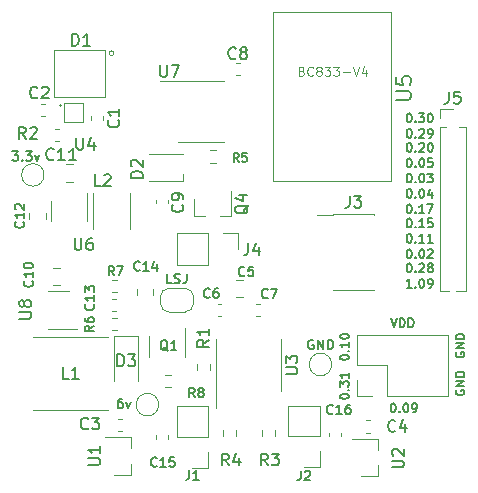
<source format=gbr>
%TF.GenerationSoftware,KiCad,Pcbnew,(5.1.6)-1*%
%TF.CreationDate,2021-10-06T19:04:01+02:00*%
%TF.ProjectId,DotBot,446f7442-6f74-42e6-9b69-6361645f7063,rev?*%
%TF.SameCoordinates,Original*%
%TF.FileFunction,Legend,Top*%
%TF.FilePolarity,Positive*%
%FSLAX46Y46*%
G04 Gerber Fmt 4.6, Leading zero omitted, Abs format (unit mm)*
G04 Created by KiCad (PCBNEW (5.1.6)-1) date 2021-10-06 19:04:01*
%MOMM*%
%LPD*%
G01*
G04 APERTURE LIST*
%ADD10C,0.150000*%
%ADD11C,0.120000*%
%ADD12C,0.100000*%
%ADD13C,0.105664*%
G04 APERTURE END LIST*
D10*
X109071428Y-59589285D02*
X109142857Y-59589285D01*
X109214285Y-59625000D01*
X109250000Y-59660714D01*
X109285714Y-59732142D01*
X109321428Y-59875000D01*
X109321428Y-60053571D01*
X109285714Y-60196428D01*
X109250000Y-60267857D01*
X109214285Y-60303571D01*
X109142857Y-60339285D01*
X109071428Y-60339285D01*
X109000000Y-60303571D01*
X108964285Y-60267857D01*
X108928571Y-60196428D01*
X108892857Y-60053571D01*
X108892857Y-59875000D01*
X108928571Y-59732142D01*
X108964285Y-59660714D01*
X109000000Y-59625000D01*
X109071428Y-59589285D01*
X109642857Y-60267857D02*
X109678571Y-60303571D01*
X109642857Y-60339285D01*
X109607142Y-60303571D01*
X109642857Y-60267857D01*
X109642857Y-60339285D01*
X110392857Y-60339285D02*
X109964285Y-60339285D01*
X110178571Y-60339285D02*
X110178571Y-59589285D01*
X110107142Y-59696428D01*
X110035714Y-59767857D01*
X109964285Y-59803571D01*
X111071428Y-59589285D02*
X110714285Y-59589285D01*
X110678571Y-59946428D01*
X110714285Y-59910714D01*
X110785714Y-59875000D01*
X110964285Y-59875000D01*
X111035714Y-59910714D01*
X111071428Y-59946428D01*
X111107142Y-60017857D01*
X111107142Y-60196428D01*
X111071428Y-60267857D01*
X111035714Y-60303571D01*
X110964285Y-60339285D01*
X110785714Y-60339285D01*
X110714285Y-60303571D01*
X110678571Y-60267857D01*
X107721428Y-75239285D02*
X107792857Y-75239285D01*
X107864285Y-75275000D01*
X107900000Y-75310714D01*
X107935714Y-75382142D01*
X107971428Y-75525000D01*
X107971428Y-75703571D01*
X107935714Y-75846428D01*
X107900000Y-75917857D01*
X107864285Y-75953571D01*
X107792857Y-75989285D01*
X107721428Y-75989285D01*
X107650000Y-75953571D01*
X107614285Y-75917857D01*
X107578571Y-75846428D01*
X107542857Y-75703571D01*
X107542857Y-75525000D01*
X107578571Y-75382142D01*
X107614285Y-75310714D01*
X107650000Y-75275000D01*
X107721428Y-75239285D01*
X108292857Y-75917857D02*
X108328571Y-75953571D01*
X108292857Y-75989285D01*
X108257142Y-75953571D01*
X108292857Y-75917857D01*
X108292857Y-75989285D01*
X108792857Y-75239285D02*
X108864285Y-75239285D01*
X108935714Y-75275000D01*
X108971428Y-75310714D01*
X109007142Y-75382142D01*
X109042857Y-75525000D01*
X109042857Y-75703571D01*
X109007142Y-75846428D01*
X108971428Y-75917857D01*
X108935714Y-75953571D01*
X108864285Y-75989285D01*
X108792857Y-75989285D01*
X108721428Y-75953571D01*
X108685714Y-75917857D01*
X108650000Y-75846428D01*
X108614285Y-75703571D01*
X108614285Y-75525000D01*
X108650000Y-75382142D01*
X108685714Y-75310714D01*
X108721428Y-75275000D01*
X108792857Y-75239285D01*
X109400000Y-75989285D02*
X109542857Y-75989285D01*
X109614285Y-75953571D01*
X109650000Y-75917857D01*
X109721428Y-75810714D01*
X109757142Y-75667857D01*
X109757142Y-75382142D01*
X109721428Y-75310714D01*
X109685714Y-75275000D01*
X109614285Y-75239285D01*
X109471428Y-75239285D01*
X109400000Y-75275000D01*
X109364285Y-75310714D01*
X109328571Y-75382142D01*
X109328571Y-75560714D01*
X109364285Y-75632142D01*
X109400000Y-75667857D01*
X109471428Y-75703571D01*
X109614285Y-75703571D01*
X109685714Y-75667857D01*
X109721428Y-75632142D01*
X109757142Y-75560714D01*
X113075000Y-74121428D02*
X113039285Y-74192857D01*
X113039285Y-74300000D01*
X113075000Y-74407142D01*
X113146428Y-74478571D01*
X113217857Y-74514285D01*
X113360714Y-74550000D01*
X113467857Y-74550000D01*
X113610714Y-74514285D01*
X113682142Y-74478571D01*
X113753571Y-74407142D01*
X113789285Y-74300000D01*
X113789285Y-74228571D01*
X113753571Y-74121428D01*
X113717857Y-74085714D01*
X113467857Y-74085714D01*
X113467857Y-74228571D01*
X113789285Y-73764285D02*
X113039285Y-73764285D01*
X113789285Y-73335714D01*
X113039285Y-73335714D01*
X113789285Y-72978571D02*
X113039285Y-72978571D01*
X113039285Y-72800000D01*
X113075000Y-72692857D01*
X113146428Y-72621428D01*
X113217857Y-72585714D01*
X113360714Y-72550000D01*
X113467857Y-72550000D01*
X113610714Y-72585714D01*
X113682142Y-72621428D01*
X113753571Y-72692857D01*
X113789285Y-72800000D01*
X113789285Y-72978571D01*
X113075000Y-70921428D02*
X113039285Y-70992857D01*
X113039285Y-71100000D01*
X113075000Y-71207142D01*
X113146428Y-71278571D01*
X113217857Y-71314285D01*
X113360714Y-71350000D01*
X113467857Y-71350000D01*
X113610714Y-71314285D01*
X113682142Y-71278571D01*
X113753571Y-71207142D01*
X113789285Y-71100000D01*
X113789285Y-71028571D01*
X113753571Y-70921428D01*
X113717857Y-70885714D01*
X113467857Y-70885714D01*
X113467857Y-71028571D01*
X113789285Y-70564285D02*
X113039285Y-70564285D01*
X113789285Y-70135714D01*
X113039285Y-70135714D01*
X113789285Y-69778571D02*
X113039285Y-69778571D01*
X113039285Y-69600000D01*
X113075000Y-69492857D01*
X113146428Y-69421428D01*
X113217857Y-69385714D01*
X113360714Y-69350000D01*
X113467857Y-69350000D01*
X113610714Y-69385714D01*
X113682142Y-69421428D01*
X113753571Y-69492857D01*
X113789285Y-69600000D01*
X113789285Y-69778571D01*
X107550000Y-68039285D02*
X107800000Y-68789285D01*
X108050000Y-68039285D01*
X108300000Y-68789285D02*
X108300000Y-68039285D01*
X108478571Y-68039285D01*
X108585714Y-68075000D01*
X108657142Y-68146428D01*
X108692857Y-68217857D01*
X108728571Y-68360714D01*
X108728571Y-68467857D01*
X108692857Y-68610714D01*
X108657142Y-68682142D01*
X108585714Y-68753571D01*
X108478571Y-68789285D01*
X108300000Y-68789285D01*
X109050000Y-68789285D02*
X109050000Y-68039285D01*
X109228571Y-68039285D01*
X109335714Y-68075000D01*
X109407142Y-68146428D01*
X109442857Y-68217857D01*
X109478571Y-68360714D01*
X109478571Y-68467857D01*
X109442857Y-68610714D01*
X109407142Y-68682142D01*
X109335714Y-68753571D01*
X109228571Y-68789285D01*
X109050000Y-68789285D01*
X103239285Y-74678571D02*
X103239285Y-74607142D01*
X103275000Y-74535714D01*
X103310714Y-74500000D01*
X103382142Y-74464285D01*
X103525000Y-74428571D01*
X103703571Y-74428571D01*
X103846428Y-74464285D01*
X103917857Y-74500000D01*
X103953571Y-74535714D01*
X103989285Y-74607142D01*
X103989285Y-74678571D01*
X103953571Y-74750000D01*
X103917857Y-74785714D01*
X103846428Y-74821428D01*
X103703571Y-74857142D01*
X103525000Y-74857142D01*
X103382142Y-74821428D01*
X103310714Y-74785714D01*
X103275000Y-74750000D01*
X103239285Y-74678571D01*
X103917857Y-74107142D02*
X103953571Y-74071428D01*
X103989285Y-74107142D01*
X103953571Y-74142857D01*
X103917857Y-74107142D01*
X103989285Y-74107142D01*
X103239285Y-73821428D02*
X103239285Y-73357142D01*
X103525000Y-73607142D01*
X103525000Y-73500000D01*
X103560714Y-73428571D01*
X103596428Y-73392857D01*
X103667857Y-73357142D01*
X103846428Y-73357142D01*
X103917857Y-73392857D01*
X103953571Y-73428571D01*
X103989285Y-73500000D01*
X103989285Y-73714285D01*
X103953571Y-73785714D01*
X103917857Y-73821428D01*
X103989285Y-72642857D02*
X103989285Y-73071428D01*
X103989285Y-72857142D02*
X103239285Y-72857142D01*
X103346428Y-72928571D01*
X103417857Y-73000000D01*
X103453571Y-73071428D01*
X103239285Y-71378571D02*
X103239285Y-71307142D01*
X103275000Y-71235714D01*
X103310714Y-71200000D01*
X103382142Y-71164285D01*
X103525000Y-71128571D01*
X103703571Y-71128571D01*
X103846428Y-71164285D01*
X103917857Y-71200000D01*
X103953571Y-71235714D01*
X103989285Y-71307142D01*
X103989285Y-71378571D01*
X103953571Y-71450000D01*
X103917857Y-71485714D01*
X103846428Y-71521428D01*
X103703571Y-71557142D01*
X103525000Y-71557142D01*
X103382142Y-71521428D01*
X103310714Y-71485714D01*
X103275000Y-71450000D01*
X103239285Y-71378571D01*
X103917857Y-70807142D02*
X103953571Y-70771428D01*
X103989285Y-70807142D01*
X103953571Y-70842857D01*
X103917857Y-70807142D01*
X103989285Y-70807142D01*
X103989285Y-70057142D02*
X103989285Y-70485714D01*
X103989285Y-70271428D02*
X103239285Y-70271428D01*
X103346428Y-70342857D01*
X103417857Y-70414285D01*
X103453571Y-70485714D01*
X103239285Y-69592857D02*
X103239285Y-69521428D01*
X103275000Y-69450000D01*
X103310714Y-69414285D01*
X103382142Y-69378571D01*
X103525000Y-69342857D01*
X103703571Y-69342857D01*
X103846428Y-69378571D01*
X103917857Y-69414285D01*
X103953571Y-69450000D01*
X103989285Y-69521428D01*
X103989285Y-69592857D01*
X103953571Y-69664285D01*
X103917857Y-69700000D01*
X103846428Y-69735714D01*
X103703571Y-69771428D01*
X103525000Y-69771428D01*
X103382142Y-69735714D01*
X103310714Y-69700000D01*
X103275000Y-69664285D01*
X103239285Y-69592857D01*
X109071428Y-51989285D02*
X109142857Y-51989285D01*
X109214285Y-52025000D01*
X109250000Y-52060714D01*
X109285714Y-52132142D01*
X109321428Y-52275000D01*
X109321428Y-52453571D01*
X109285714Y-52596428D01*
X109250000Y-52667857D01*
X109214285Y-52703571D01*
X109142857Y-52739285D01*
X109071428Y-52739285D01*
X109000000Y-52703571D01*
X108964285Y-52667857D01*
X108928571Y-52596428D01*
X108892857Y-52453571D01*
X108892857Y-52275000D01*
X108928571Y-52132142D01*
X108964285Y-52060714D01*
X109000000Y-52025000D01*
X109071428Y-51989285D01*
X109642857Y-52667857D02*
X109678571Y-52703571D01*
X109642857Y-52739285D01*
X109607142Y-52703571D01*
X109642857Y-52667857D01*
X109642857Y-52739285D01*
X109964285Y-52060714D02*
X110000000Y-52025000D01*
X110071428Y-51989285D01*
X110250000Y-51989285D01*
X110321428Y-52025000D01*
X110357142Y-52060714D01*
X110392857Y-52132142D01*
X110392857Y-52203571D01*
X110357142Y-52310714D01*
X109928571Y-52739285D01*
X110392857Y-52739285D01*
X110750000Y-52739285D02*
X110892857Y-52739285D01*
X110964285Y-52703571D01*
X111000000Y-52667857D01*
X111071428Y-52560714D01*
X111107142Y-52417857D01*
X111107142Y-52132142D01*
X111071428Y-52060714D01*
X111035714Y-52025000D01*
X110964285Y-51989285D01*
X110821428Y-51989285D01*
X110750000Y-52025000D01*
X110714285Y-52060714D01*
X110678571Y-52132142D01*
X110678571Y-52310714D01*
X110714285Y-52382142D01*
X110750000Y-52417857D01*
X110821428Y-52453571D01*
X110964285Y-52453571D01*
X111035714Y-52417857D01*
X111071428Y-52382142D01*
X111107142Y-52310714D01*
X109071428Y-60889285D02*
X109142857Y-60889285D01*
X109214285Y-60925000D01*
X109250000Y-60960714D01*
X109285714Y-61032142D01*
X109321428Y-61175000D01*
X109321428Y-61353571D01*
X109285714Y-61496428D01*
X109250000Y-61567857D01*
X109214285Y-61603571D01*
X109142857Y-61639285D01*
X109071428Y-61639285D01*
X109000000Y-61603571D01*
X108964285Y-61567857D01*
X108928571Y-61496428D01*
X108892857Y-61353571D01*
X108892857Y-61175000D01*
X108928571Y-61032142D01*
X108964285Y-60960714D01*
X109000000Y-60925000D01*
X109071428Y-60889285D01*
X109642857Y-61567857D02*
X109678571Y-61603571D01*
X109642857Y-61639285D01*
X109607142Y-61603571D01*
X109642857Y-61567857D01*
X109642857Y-61639285D01*
X110392857Y-61639285D02*
X109964285Y-61639285D01*
X110178571Y-61639285D02*
X110178571Y-60889285D01*
X110107142Y-60996428D01*
X110035714Y-61067857D01*
X109964285Y-61103571D01*
X111107142Y-61639285D02*
X110678571Y-61639285D01*
X110892857Y-61639285D02*
X110892857Y-60889285D01*
X110821428Y-60996428D01*
X110750000Y-61067857D01*
X110678571Y-61103571D01*
X109321428Y-65439285D02*
X108892857Y-65439285D01*
X109107142Y-65439285D02*
X109107142Y-64689285D01*
X109035714Y-64796428D01*
X108964285Y-64867857D01*
X108892857Y-64903571D01*
X109642857Y-65367857D02*
X109678571Y-65403571D01*
X109642857Y-65439285D01*
X109607142Y-65403571D01*
X109642857Y-65367857D01*
X109642857Y-65439285D01*
X110142857Y-64689285D02*
X110214285Y-64689285D01*
X110285714Y-64725000D01*
X110321428Y-64760714D01*
X110357142Y-64832142D01*
X110392857Y-64975000D01*
X110392857Y-65153571D01*
X110357142Y-65296428D01*
X110321428Y-65367857D01*
X110285714Y-65403571D01*
X110214285Y-65439285D01*
X110142857Y-65439285D01*
X110071428Y-65403571D01*
X110035714Y-65367857D01*
X110000000Y-65296428D01*
X109964285Y-65153571D01*
X109964285Y-64975000D01*
X110000000Y-64832142D01*
X110035714Y-64760714D01*
X110071428Y-64725000D01*
X110142857Y-64689285D01*
X110750000Y-65439285D02*
X110892857Y-65439285D01*
X110964285Y-65403571D01*
X111000000Y-65367857D01*
X111071428Y-65260714D01*
X111107142Y-65117857D01*
X111107142Y-64832142D01*
X111071428Y-64760714D01*
X111035714Y-64725000D01*
X110964285Y-64689285D01*
X110821428Y-64689285D01*
X110750000Y-64725000D01*
X110714285Y-64760714D01*
X110678571Y-64832142D01*
X110678571Y-65010714D01*
X110714285Y-65082142D01*
X110750000Y-65117857D01*
X110821428Y-65153571D01*
X110964285Y-65153571D01*
X111035714Y-65117857D01*
X111071428Y-65082142D01*
X111107142Y-65010714D01*
X109071428Y-58389285D02*
X109142857Y-58389285D01*
X109214285Y-58425000D01*
X109250000Y-58460714D01*
X109285714Y-58532142D01*
X109321428Y-58675000D01*
X109321428Y-58853571D01*
X109285714Y-58996428D01*
X109250000Y-59067857D01*
X109214285Y-59103571D01*
X109142857Y-59139285D01*
X109071428Y-59139285D01*
X109000000Y-59103571D01*
X108964285Y-59067857D01*
X108928571Y-58996428D01*
X108892857Y-58853571D01*
X108892857Y-58675000D01*
X108928571Y-58532142D01*
X108964285Y-58460714D01*
X109000000Y-58425000D01*
X109071428Y-58389285D01*
X109642857Y-59067857D02*
X109678571Y-59103571D01*
X109642857Y-59139285D01*
X109607142Y-59103571D01*
X109642857Y-59067857D01*
X109642857Y-59139285D01*
X110392857Y-59139285D02*
X109964285Y-59139285D01*
X110178571Y-59139285D02*
X110178571Y-58389285D01*
X110107142Y-58496428D01*
X110035714Y-58567857D01*
X109964285Y-58603571D01*
X110642857Y-58389285D02*
X111142857Y-58389285D01*
X110821428Y-59139285D01*
X109071428Y-63389285D02*
X109142857Y-63389285D01*
X109214285Y-63425000D01*
X109250000Y-63460714D01*
X109285714Y-63532142D01*
X109321428Y-63675000D01*
X109321428Y-63853571D01*
X109285714Y-63996428D01*
X109250000Y-64067857D01*
X109214285Y-64103571D01*
X109142857Y-64139285D01*
X109071428Y-64139285D01*
X109000000Y-64103571D01*
X108964285Y-64067857D01*
X108928571Y-63996428D01*
X108892857Y-63853571D01*
X108892857Y-63675000D01*
X108928571Y-63532142D01*
X108964285Y-63460714D01*
X109000000Y-63425000D01*
X109071428Y-63389285D01*
X109642857Y-64067857D02*
X109678571Y-64103571D01*
X109642857Y-64139285D01*
X109607142Y-64103571D01*
X109642857Y-64067857D01*
X109642857Y-64139285D01*
X109964285Y-63460714D02*
X110000000Y-63425000D01*
X110071428Y-63389285D01*
X110250000Y-63389285D01*
X110321428Y-63425000D01*
X110357142Y-63460714D01*
X110392857Y-63532142D01*
X110392857Y-63603571D01*
X110357142Y-63710714D01*
X109928571Y-64139285D01*
X110392857Y-64139285D01*
X110821428Y-63710714D02*
X110750000Y-63675000D01*
X110714285Y-63639285D01*
X110678571Y-63567857D01*
X110678571Y-63532142D01*
X110714285Y-63460714D01*
X110750000Y-63425000D01*
X110821428Y-63389285D01*
X110964285Y-63389285D01*
X111035714Y-63425000D01*
X111071428Y-63460714D01*
X111107142Y-63532142D01*
X111107142Y-63567857D01*
X111071428Y-63639285D01*
X111035714Y-63675000D01*
X110964285Y-63710714D01*
X110821428Y-63710714D01*
X110750000Y-63746428D01*
X110714285Y-63782142D01*
X110678571Y-63853571D01*
X110678571Y-63996428D01*
X110714285Y-64067857D01*
X110750000Y-64103571D01*
X110821428Y-64139285D01*
X110964285Y-64139285D01*
X111035714Y-64103571D01*
X111071428Y-64067857D01*
X111107142Y-63996428D01*
X111107142Y-63853571D01*
X111071428Y-63782142D01*
X111035714Y-63746428D01*
X110964285Y-63710714D01*
X109071428Y-57089285D02*
X109142857Y-57089285D01*
X109214285Y-57125000D01*
X109250000Y-57160714D01*
X109285714Y-57232142D01*
X109321428Y-57375000D01*
X109321428Y-57553571D01*
X109285714Y-57696428D01*
X109250000Y-57767857D01*
X109214285Y-57803571D01*
X109142857Y-57839285D01*
X109071428Y-57839285D01*
X109000000Y-57803571D01*
X108964285Y-57767857D01*
X108928571Y-57696428D01*
X108892857Y-57553571D01*
X108892857Y-57375000D01*
X108928571Y-57232142D01*
X108964285Y-57160714D01*
X109000000Y-57125000D01*
X109071428Y-57089285D01*
X109642857Y-57767857D02*
X109678571Y-57803571D01*
X109642857Y-57839285D01*
X109607142Y-57803571D01*
X109642857Y-57767857D01*
X109642857Y-57839285D01*
X110142857Y-57089285D02*
X110214285Y-57089285D01*
X110285714Y-57125000D01*
X110321428Y-57160714D01*
X110357142Y-57232142D01*
X110392857Y-57375000D01*
X110392857Y-57553571D01*
X110357142Y-57696428D01*
X110321428Y-57767857D01*
X110285714Y-57803571D01*
X110214285Y-57839285D01*
X110142857Y-57839285D01*
X110071428Y-57803571D01*
X110035714Y-57767857D01*
X110000000Y-57696428D01*
X109964285Y-57553571D01*
X109964285Y-57375000D01*
X110000000Y-57232142D01*
X110035714Y-57160714D01*
X110071428Y-57125000D01*
X110142857Y-57089285D01*
X111035714Y-57339285D02*
X111035714Y-57839285D01*
X110857142Y-57053571D02*
X110678571Y-57589285D01*
X111142857Y-57589285D01*
X109071428Y-62189285D02*
X109142857Y-62189285D01*
X109214285Y-62225000D01*
X109250000Y-62260714D01*
X109285714Y-62332142D01*
X109321428Y-62475000D01*
X109321428Y-62653571D01*
X109285714Y-62796428D01*
X109250000Y-62867857D01*
X109214285Y-62903571D01*
X109142857Y-62939285D01*
X109071428Y-62939285D01*
X109000000Y-62903571D01*
X108964285Y-62867857D01*
X108928571Y-62796428D01*
X108892857Y-62653571D01*
X108892857Y-62475000D01*
X108928571Y-62332142D01*
X108964285Y-62260714D01*
X109000000Y-62225000D01*
X109071428Y-62189285D01*
X109642857Y-62867857D02*
X109678571Y-62903571D01*
X109642857Y-62939285D01*
X109607142Y-62903571D01*
X109642857Y-62867857D01*
X109642857Y-62939285D01*
X110142857Y-62189285D02*
X110214285Y-62189285D01*
X110285714Y-62225000D01*
X110321428Y-62260714D01*
X110357142Y-62332142D01*
X110392857Y-62475000D01*
X110392857Y-62653571D01*
X110357142Y-62796428D01*
X110321428Y-62867857D01*
X110285714Y-62903571D01*
X110214285Y-62939285D01*
X110142857Y-62939285D01*
X110071428Y-62903571D01*
X110035714Y-62867857D01*
X110000000Y-62796428D01*
X109964285Y-62653571D01*
X109964285Y-62475000D01*
X110000000Y-62332142D01*
X110035714Y-62260714D01*
X110071428Y-62225000D01*
X110142857Y-62189285D01*
X110678571Y-62260714D02*
X110714285Y-62225000D01*
X110785714Y-62189285D01*
X110964285Y-62189285D01*
X111035714Y-62225000D01*
X111071428Y-62260714D01*
X111107142Y-62332142D01*
X111107142Y-62403571D01*
X111071428Y-62510714D01*
X110642857Y-62939285D01*
X111107142Y-62939285D01*
X109071428Y-55789285D02*
X109142857Y-55789285D01*
X109214285Y-55825000D01*
X109250000Y-55860714D01*
X109285714Y-55932142D01*
X109321428Y-56075000D01*
X109321428Y-56253571D01*
X109285714Y-56396428D01*
X109250000Y-56467857D01*
X109214285Y-56503571D01*
X109142857Y-56539285D01*
X109071428Y-56539285D01*
X109000000Y-56503571D01*
X108964285Y-56467857D01*
X108928571Y-56396428D01*
X108892857Y-56253571D01*
X108892857Y-56075000D01*
X108928571Y-55932142D01*
X108964285Y-55860714D01*
X109000000Y-55825000D01*
X109071428Y-55789285D01*
X109642857Y-56467857D02*
X109678571Y-56503571D01*
X109642857Y-56539285D01*
X109607142Y-56503571D01*
X109642857Y-56467857D01*
X109642857Y-56539285D01*
X110142857Y-55789285D02*
X110214285Y-55789285D01*
X110285714Y-55825000D01*
X110321428Y-55860714D01*
X110357142Y-55932142D01*
X110392857Y-56075000D01*
X110392857Y-56253571D01*
X110357142Y-56396428D01*
X110321428Y-56467857D01*
X110285714Y-56503571D01*
X110214285Y-56539285D01*
X110142857Y-56539285D01*
X110071428Y-56503571D01*
X110035714Y-56467857D01*
X110000000Y-56396428D01*
X109964285Y-56253571D01*
X109964285Y-56075000D01*
X110000000Y-55932142D01*
X110035714Y-55860714D01*
X110071428Y-55825000D01*
X110142857Y-55789285D01*
X110642857Y-55789285D02*
X111107142Y-55789285D01*
X110857142Y-56075000D01*
X110964285Y-56075000D01*
X111035714Y-56110714D01*
X111071428Y-56146428D01*
X111107142Y-56217857D01*
X111107142Y-56396428D01*
X111071428Y-56467857D01*
X111035714Y-56503571D01*
X110964285Y-56539285D01*
X110750000Y-56539285D01*
X110678571Y-56503571D01*
X110642857Y-56467857D01*
X109071428Y-54489285D02*
X109142857Y-54489285D01*
X109214285Y-54525000D01*
X109250000Y-54560714D01*
X109285714Y-54632142D01*
X109321428Y-54775000D01*
X109321428Y-54953571D01*
X109285714Y-55096428D01*
X109250000Y-55167857D01*
X109214285Y-55203571D01*
X109142857Y-55239285D01*
X109071428Y-55239285D01*
X109000000Y-55203571D01*
X108964285Y-55167857D01*
X108928571Y-55096428D01*
X108892857Y-54953571D01*
X108892857Y-54775000D01*
X108928571Y-54632142D01*
X108964285Y-54560714D01*
X109000000Y-54525000D01*
X109071428Y-54489285D01*
X109642857Y-55167857D02*
X109678571Y-55203571D01*
X109642857Y-55239285D01*
X109607142Y-55203571D01*
X109642857Y-55167857D01*
X109642857Y-55239285D01*
X110142857Y-54489285D02*
X110214285Y-54489285D01*
X110285714Y-54525000D01*
X110321428Y-54560714D01*
X110357142Y-54632142D01*
X110392857Y-54775000D01*
X110392857Y-54953571D01*
X110357142Y-55096428D01*
X110321428Y-55167857D01*
X110285714Y-55203571D01*
X110214285Y-55239285D01*
X110142857Y-55239285D01*
X110071428Y-55203571D01*
X110035714Y-55167857D01*
X110000000Y-55096428D01*
X109964285Y-54953571D01*
X109964285Y-54775000D01*
X110000000Y-54632142D01*
X110035714Y-54560714D01*
X110071428Y-54525000D01*
X110142857Y-54489285D01*
X111071428Y-54489285D02*
X110714285Y-54489285D01*
X110678571Y-54846428D01*
X110714285Y-54810714D01*
X110785714Y-54775000D01*
X110964285Y-54775000D01*
X111035714Y-54810714D01*
X111071428Y-54846428D01*
X111107142Y-54917857D01*
X111107142Y-55096428D01*
X111071428Y-55167857D01*
X111035714Y-55203571D01*
X110964285Y-55239285D01*
X110785714Y-55239285D01*
X110714285Y-55203571D01*
X110678571Y-55167857D01*
X109071428Y-53189285D02*
X109142857Y-53189285D01*
X109214285Y-53225000D01*
X109250000Y-53260714D01*
X109285714Y-53332142D01*
X109321428Y-53475000D01*
X109321428Y-53653571D01*
X109285714Y-53796428D01*
X109250000Y-53867857D01*
X109214285Y-53903571D01*
X109142857Y-53939285D01*
X109071428Y-53939285D01*
X109000000Y-53903571D01*
X108964285Y-53867857D01*
X108928571Y-53796428D01*
X108892857Y-53653571D01*
X108892857Y-53475000D01*
X108928571Y-53332142D01*
X108964285Y-53260714D01*
X109000000Y-53225000D01*
X109071428Y-53189285D01*
X109642857Y-53867857D02*
X109678571Y-53903571D01*
X109642857Y-53939285D01*
X109607142Y-53903571D01*
X109642857Y-53867857D01*
X109642857Y-53939285D01*
X109964285Y-53260714D02*
X110000000Y-53225000D01*
X110071428Y-53189285D01*
X110250000Y-53189285D01*
X110321428Y-53225000D01*
X110357142Y-53260714D01*
X110392857Y-53332142D01*
X110392857Y-53403571D01*
X110357142Y-53510714D01*
X109928571Y-53939285D01*
X110392857Y-53939285D01*
X110857142Y-53189285D02*
X110928571Y-53189285D01*
X111000000Y-53225000D01*
X111035714Y-53260714D01*
X111071428Y-53332142D01*
X111107142Y-53475000D01*
X111107142Y-53653571D01*
X111071428Y-53796428D01*
X111035714Y-53867857D01*
X111000000Y-53903571D01*
X110928571Y-53939285D01*
X110857142Y-53939285D01*
X110785714Y-53903571D01*
X110750000Y-53867857D01*
X110714285Y-53796428D01*
X110678571Y-53653571D01*
X110678571Y-53475000D01*
X110714285Y-53332142D01*
X110750000Y-53260714D01*
X110785714Y-53225000D01*
X110857142Y-53189285D01*
X109071428Y-50689285D02*
X109142857Y-50689285D01*
X109214285Y-50725000D01*
X109250000Y-50760714D01*
X109285714Y-50832142D01*
X109321428Y-50975000D01*
X109321428Y-51153571D01*
X109285714Y-51296428D01*
X109250000Y-51367857D01*
X109214285Y-51403571D01*
X109142857Y-51439285D01*
X109071428Y-51439285D01*
X109000000Y-51403571D01*
X108964285Y-51367857D01*
X108928571Y-51296428D01*
X108892857Y-51153571D01*
X108892857Y-50975000D01*
X108928571Y-50832142D01*
X108964285Y-50760714D01*
X109000000Y-50725000D01*
X109071428Y-50689285D01*
X109642857Y-51367857D02*
X109678571Y-51403571D01*
X109642857Y-51439285D01*
X109607142Y-51403571D01*
X109642857Y-51367857D01*
X109642857Y-51439285D01*
X109928571Y-50689285D02*
X110392857Y-50689285D01*
X110142857Y-50975000D01*
X110250000Y-50975000D01*
X110321428Y-51010714D01*
X110357142Y-51046428D01*
X110392857Y-51117857D01*
X110392857Y-51296428D01*
X110357142Y-51367857D01*
X110321428Y-51403571D01*
X110250000Y-51439285D01*
X110035714Y-51439285D01*
X109964285Y-51403571D01*
X109928571Y-51367857D01*
X110857142Y-50689285D02*
X110928571Y-50689285D01*
X111000000Y-50725000D01*
X111035714Y-50760714D01*
X111071428Y-50832142D01*
X111107142Y-50975000D01*
X111107142Y-51153571D01*
X111071428Y-51296428D01*
X111035714Y-51367857D01*
X111000000Y-51403571D01*
X110928571Y-51439285D01*
X110857142Y-51439285D01*
X110785714Y-51403571D01*
X110750000Y-51367857D01*
X110714285Y-51296428D01*
X110678571Y-51153571D01*
X110678571Y-50975000D01*
X110714285Y-50832142D01*
X110750000Y-50760714D01*
X110785714Y-50725000D01*
X110857142Y-50689285D01*
D11*
%TO.C,J3*%
X102635000Y-59215000D02*
X106165000Y-59215000D01*
X102635000Y-65685000D02*
X106165000Y-65685000D01*
X101310000Y-59280000D02*
X102635000Y-59280000D01*
X102635000Y-59215000D02*
X102635000Y-59280000D01*
X106165000Y-59215000D02*
X106165000Y-59280000D01*
X102635000Y-65620000D02*
X102635000Y-65685000D01*
X106165000Y-65620000D02*
X106165000Y-65685000D01*
D12*
%TO.C,U5*%
X97596200Y-42129400D02*
X107603800Y-42129400D01*
X107603800Y-56429600D02*
X107603800Y-42129400D01*
X97596200Y-56429600D02*
X97596200Y-42129400D01*
X97596200Y-56429600D02*
X107603800Y-56429600D01*
D11*
%TO.C,U4*%
X79712000Y-50020000D02*
G75*
G03*
X79712000Y-50020000I-100000J0D01*
G01*
D12*
X79912000Y-49820000D02*
X81512000Y-49820000D01*
X81512000Y-49820000D02*
X81512000Y-51420000D01*
X81512000Y-51420000D02*
X79912000Y-51420000D01*
X79912000Y-51420000D02*
X79912000Y-49820000D01*
D11*
%TO.C,D1*%
X79000000Y-45300000D02*
X83400000Y-45300000D01*
X83400000Y-45300000D02*
X83400000Y-49300000D01*
X83400000Y-49300000D02*
X79000000Y-49300000D01*
X79000000Y-49300000D02*
X79000000Y-45300000D01*
X84100000Y-45600000D02*
G75*
G03*
X84100000Y-45600000I-200000J0D01*
G01*
%TO.C,U6*%
X78790000Y-58070000D02*
X78790000Y-59830000D01*
X81860000Y-59830000D02*
X81860000Y-57400000D01*
%TO.C,3.3v*%
X78200000Y-55900000D02*
G75*
G03*
X78200000Y-55900000I-950000J0D01*
G01*
%TO.C,6v*%
X87900000Y-75350000D02*
G75*
G03*
X87900000Y-75350000I-950000J0D01*
G01*
%TO.C,GND*%
X102550000Y-71950000D02*
G75*
G03*
X102550000Y-71950000I-950000J0D01*
G01*
%TO.C,R8*%
X88462742Y-72827500D02*
X88937258Y-72827500D01*
X88462742Y-73872500D02*
X88937258Y-73872500D01*
%TO.C,Q1*%
X87090000Y-69520000D02*
X87090000Y-71280000D01*
X90160000Y-71280000D02*
X90160000Y-68850000D01*
%TO.C,L2*%
X82300000Y-60450000D02*
X82300000Y-57450000D01*
X85500000Y-60450000D02*
X85500000Y-57450000D01*
%TO.C,LSJ*%
X88050000Y-66800000D02*
X88050000Y-66200000D01*
X90150000Y-67500000D02*
X88750000Y-67500000D01*
X90850000Y-66200000D02*
X90850000Y-66800000D01*
X88750000Y-65500000D02*
X90150000Y-65500000D01*
X88050000Y-66200000D02*
G75*
G02*
X88750000Y-65500000I700000J0D01*
G01*
X88750000Y-67500000D02*
G75*
G02*
X88050000Y-66800000I0J700000D01*
G01*
X90850000Y-66800000D02*
G75*
G02*
X90150000Y-67500000I-700000J0D01*
G01*
X90150000Y-65500000D02*
G75*
G02*
X90850000Y-66200000I0J-700000D01*
G01*
%TO.C,C16*%
X102290000Y-77990580D02*
X102290000Y-77709420D01*
X103310000Y-77990580D02*
X103310000Y-77709420D01*
%TO.C,C15*%
X87640000Y-78240580D02*
X87640000Y-77959420D01*
X88660000Y-78240580D02*
X88660000Y-77959420D01*
%TO.C,C12*%
X76915000Y-59661252D02*
X76915000Y-59138748D01*
X78385000Y-59661252D02*
X78385000Y-59138748D01*
%TO.C,C11*%
X80088748Y-55015000D02*
X80611252Y-55015000D01*
X80088748Y-56485000D02*
X80611252Y-56485000D01*
%TO.C,R2*%
X79137221Y-53010000D02*
X79462779Y-53010000D01*
X79137221Y-51990000D02*
X79462779Y-51990000D01*
%TO.C,C2*%
X77937221Y-50910000D02*
X78262779Y-50910000D01*
X77937221Y-49890000D02*
X78262779Y-49890000D01*
%TO.C,C1*%
X82190000Y-50937221D02*
X82190000Y-51262779D01*
X83210000Y-50937221D02*
X83210000Y-51262779D01*
%TO.C,C14*%
X87460000Y-66108578D02*
X87460000Y-65591422D01*
X86040000Y-66108578D02*
X86040000Y-65591422D01*
%TO.C,C10*%
X78991422Y-65210000D02*
X79508578Y-65210000D01*
X78991422Y-63790000D02*
X79508578Y-63790000D01*
%TO.C,C5*%
X95008578Y-64790000D02*
X94491422Y-64790000D01*
X95008578Y-66210000D02*
X94491422Y-66210000D01*
%TO.C,U8*%
X78550000Y-68910000D02*
X81000000Y-68910000D01*
X80350000Y-65690000D02*
X78550000Y-65690000D01*
%TO.C,U7*%
X91500000Y-53110000D02*
X93450000Y-53110000D01*
X91500000Y-53110000D02*
X89550000Y-53110000D01*
X91500000Y-47990000D02*
X93450000Y-47990000D01*
X91500000Y-47990000D02*
X88050000Y-47990000D01*
%TO.C,L1*%
X77300000Y-75800000D02*
X83600000Y-75800000D01*
X77300000Y-69600000D02*
X83600000Y-69600000D01*
%TO.C,D3*%
X86150000Y-69500000D02*
X86150000Y-73350000D01*
X84150000Y-69500000D02*
X84150000Y-73350000D01*
X86150000Y-69500000D02*
X84150000Y-69500000D01*
%TO.C,D2*%
X89950000Y-54100000D02*
X87050000Y-54100000D01*
X89950000Y-56400000D02*
X87050000Y-56400000D01*
X89950000Y-55800000D02*
X89950000Y-56400000D01*
%TO.C,C13*%
X84312779Y-66390000D02*
X83987221Y-66390000D01*
X84312779Y-67410000D02*
X83987221Y-67410000D01*
%TO.C,C9*%
X87640000Y-57987221D02*
X87640000Y-58312779D01*
X88660000Y-57987221D02*
X88660000Y-58312779D01*
%TO.C,C8*%
X94762779Y-46440000D02*
X94437221Y-46440000D01*
X94762779Y-47460000D02*
X94437221Y-47460000D01*
%TO.C,C4*%
X105437221Y-77710000D02*
X105762779Y-77710000D01*
X105437221Y-76690000D02*
X105762779Y-76690000D01*
%TO.C,C3*%
X84437221Y-77610000D02*
X84762779Y-77610000D01*
X84437221Y-76590000D02*
X84762779Y-76590000D01*
%TO.C,J5*%
X111690000Y-65765000D02*
X112492470Y-65765000D01*
X113107530Y-65765000D02*
X113910000Y-65765000D01*
X111690000Y-51860000D02*
X111690000Y-65765000D01*
X113910000Y-51860000D02*
X113910000Y-65765000D01*
X111690000Y-51860000D02*
X112236529Y-51860000D01*
X113363471Y-51860000D02*
X113910000Y-51860000D01*
X111690000Y-51100000D02*
X111690000Y-50340000D01*
X111690000Y-50340000D02*
X112800000Y-50340000D01*
%TO.C,J6*%
X112410000Y-74630000D02*
X112410000Y-69430000D01*
X107270000Y-74630000D02*
X112410000Y-74630000D01*
X104670000Y-69430000D02*
X112410000Y-69430000D01*
X107270000Y-74630000D02*
X107270000Y-72030000D01*
X107270000Y-72030000D02*
X104670000Y-72030000D01*
X104670000Y-72030000D02*
X104670000Y-69430000D01*
X106000000Y-74630000D02*
X104670000Y-74630000D01*
X104670000Y-74630000D02*
X104670000Y-73300000D01*
%TO.C,C7*%
X96184420Y-67810000D02*
X96465580Y-67810000D01*
X96184420Y-66790000D02*
X96465580Y-66790000D01*
%TO.C,J2*%
X101530000Y-75430000D02*
X98870000Y-75430000D01*
X101530000Y-78030000D02*
X101530000Y-75430000D01*
X98870000Y-78030000D02*
X98870000Y-75430000D01*
X101530000Y-78030000D02*
X98870000Y-78030000D01*
X101530000Y-79300000D02*
X101530000Y-80630000D01*
X101530000Y-80630000D02*
X100200000Y-80630000D01*
%TO.C,J4*%
X89442000Y-60846000D02*
X89442000Y-63506000D01*
X92042000Y-60846000D02*
X89442000Y-60846000D01*
X92042000Y-63506000D02*
X89442000Y-63506000D01*
X92042000Y-60846000D02*
X92042000Y-63506000D01*
X93312000Y-60846000D02*
X94642000Y-60846000D01*
X94642000Y-60846000D02*
X94642000Y-62176000D01*
%TO.C,J1*%
X92080000Y-75480000D02*
X89420000Y-75480000D01*
X92080000Y-78080000D02*
X92080000Y-75480000D01*
X89420000Y-78080000D02*
X89420000Y-75480000D01*
X92080000Y-78080000D02*
X89420000Y-78080000D01*
X92080000Y-79350000D02*
X92080000Y-80680000D01*
X92080000Y-80680000D02*
X90750000Y-80680000D01*
%TO.C,C6*%
X93215580Y-67835000D02*
X92934420Y-67835000D01*
X93215580Y-66815000D02*
X92934420Y-66815000D01*
%TO.C,Q4*%
X90870000Y-59410000D02*
X90870000Y-57950000D01*
X94030000Y-59410000D02*
X94030000Y-57250000D01*
X94030000Y-59410000D02*
X93100000Y-59410000D01*
X90870000Y-59410000D02*
X91800000Y-59410000D01*
%TO.C,R1*%
X91177500Y-72387258D02*
X91177500Y-71912742D01*
X92222500Y-72387258D02*
X92222500Y-71912742D01*
%TO.C,R3*%
X97722500Y-77987258D02*
X97722500Y-77512742D01*
X96677500Y-77987258D02*
X96677500Y-77512742D01*
%TO.C,R4*%
X93377500Y-77987258D02*
X93377500Y-77512742D01*
X94422500Y-77987258D02*
X94422500Y-77512742D01*
%TO.C,R5*%
X92262742Y-54872500D02*
X92737258Y-54872500D01*
X92262742Y-53827500D02*
X92737258Y-53827500D01*
%TO.C,R6*%
X84387258Y-67977500D02*
X83912742Y-67977500D01*
X84387258Y-69022500D02*
X83912742Y-69022500D01*
%TO.C,R7*%
X83912742Y-64777500D02*
X84387258Y-64777500D01*
X83912742Y-65822500D02*
X84387258Y-65822500D01*
%TO.C,U1*%
X85560000Y-81280000D02*
X85560000Y-80350000D01*
X85560000Y-78120000D02*
X85560000Y-79050000D01*
X85560000Y-78120000D02*
X83400000Y-78120000D01*
X85560000Y-81280000D02*
X84100000Y-81280000D01*
%TO.C,U2*%
X106460000Y-81380000D02*
X106460000Y-80450000D01*
X106460000Y-78220000D02*
X106460000Y-79150000D01*
X106460000Y-78220000D02*
X104300000Y-78220000D01*
X106460000Y-81380000D02*
X105000000Y-81380000D01*
%TO.C,U3*%
X98260000Y-72000000D02*
X98260000Y-69800000D01*
X98260000Y-72000000D02*
X98260000Y-74200000D01*
X92740000Y-72000000D02*
X92740000Y-69800000D01*
X92740000Y-72000000D02*
X92740000Y-75650000D01*
%TD*%
%TO.C,J3*%
D10*
X104066666Y-57667380D02*
X104066666Y-58381666D01*
X104019047Y-58524523D01*
X103923809Y-58619761D01*
X103780952Y-58667380D01*
X103685714Y-58667380D01*
X104447619Y-57667380D02*
X105066666Y-57667380D01*
X104733333Y-58048333D01*
X104876190Y-58048333D01*
X104971428Y-58095952D01*
X105019047Y-58143571D01*
X105066666Y-58238809D01*
X105066666Y-58476904D01*
X105019047Y-58572142D01*
X104971428Y-58619761D01*
X104876190Y-58667380D01*
X104590476Y-58667380D01*
X104495238Y-58619761D01*
X104447619Y-58572142D01*
%TO.C,U5*%
X108004523Y-49517619D02*
X109032619Y-49517619D01*
X109153571Y-49457142D01*
X109214047Y-49396666D01*
X109274523Y-49275714D01*
X109274523Y-49033809D01*
X109214047Y-48912857D01*
X109153571Y-48852380D01*
X109032619Y-48791904D01*
X108004523Y-48791904D01*
X108004523Y-47582380D02*
X108004523Y-48187142D01*
X108609285Y-48247619D01*
X108548809Y-48187142D01*
X108488333Y-48066190D01*
X108488333Y-47763809D01*
X108548809Y-47642857D01*
X108609285Y-47582380D01*
X108730238Y-47521904D01*
X109032619Y-47521904D01*
X109153571Y-47582380D01*
X109214047Y-47642857D01*
X109274523Y-47763809D01*
X109274523Y-48066190D01*
X109214047Y-48187142D01*
X109153571Y-48247619D01*
D13*
X100009915Y-47108765D02*
X100120224Y-47145535D01*
X100156993Y-47182304D01*
X100193763Y-47255843D01*
X100193763Y-47366152D01*
X100156993Y-47439691D01*
X100120224Y-47476460D01*
X100046685Y-47513230D01*
X99752529Y-47513230D01*
X99752529Y-46741070D01*
X100009915Y-46741070D01*
X100083454Y-46777840D01*
X100120224Y-46814609D01*
X100156993Y-46888148D01*
X100156993Y-46961687D01*
X100120224Y-47035226D01*
X100083454Y-47071996D01*
X100009915Y-47108765D01*
X99752529Y-47108765D01*
X100965923Y-47439691D02*
X100929153Y-47476460D01*
X100818845Y-47513230D01*
X100745306Y-47513230D01*
X100634997Y-47476460D01*
X100561458Y-47402921D01*
X100524689Y-47329382D01*
X100487919Y-47182304D01*
X100487919Y-47071996D01*
X100524689Y-46924918D01*
X100561458Y-46851379D01*
X100634997Y-46777840D01*
X100745306Y-46741070D01*
X100818845Y-46741070D01*
X100929153Y-46777840D01*
X100965923Y-46814609D01*
X101407157Y-47071996D02*
X101333618Y-47035226D01*
X101296849Y-46998457D01*
X101260079Y-46924918D01*
X101260079Y-46888148D01*
X101296849Y-46814609D01*
X101333618Y-46777840D01*
X101407157Y-46741070D01*
X101554235Y-46741070D01*
X101627774Y-46777840D01*
X101664544Y-46814609D01*
X101701313Y-46888148D01*
X101701313Y-46924918D01*
X101664544Y-46998457D01*
X101627774Y-47035226D01*
X101554235Y-47071996D01*
X101407157Y-47071996D01*
X101333618Y-47108765D01*
X101296849Y-47145535D01*
X101260079Y-47219074D01*
X101260079Y-47366152D01*
X101296849Y-47439691D01*
X101333618Y-47476460D01*
X101407157Y-47513230D01*
X101554235Y-47513230D01*
X101627774Y-47476460D01*
X101664544Y-47439691D01*
X101701313Y-47366152D01*
X101701313Y-47219074D01*
X101664544Y-47145535D01*
X101627774Y-47108765D01*
X101554235Y-47071996D01*
X101958700Y-46741070D02*
X102436704Y-46741070D01*
X102179317Y-47035226D01*
X102289626Y-47035226D01*
X102363165Y-47071996D01*
X102399934Y-47108765D01*
X102436704Y-47182304D01*
X102436704Y-47366152D01*
X102399934Y-47439691D01*
X102363165Y-47476460D01*
X102289626Y-47513230D01*
X102069009Y-47513230D01*
X101995470Y-47476460D01*
X101958700Y-47439691D01*
X102694091Y-46741070D02*
X103172094Y-46741070D01*
X102914708Y-47035226D01*
X103025016Y-47035226D01*
X103098555Y-47071996D01*
X103135325Y-47108765D01*
X103172094Y-47182304D01*
X103172094Y-47366152D01*
X103135325Y-47439691D01*
X103098555Y-47476460D01*
X103025016Y-47513230D01*
X102804399Y-47513230D01*
X102730860Y-47476460D01*
X102694091Y-47439691D01*
X103503020Y-47219074D02*
X104091333Y-47219074D01*
X104348719Y-46741070D02*
X104606106Y-47513230D01*
X104863493Y-46741070D01*
X105451805Y-46998457D02*
X105451805Y-47513230D01*
X105267957Y-46704300D02*
X105084110Y-47255843D01*
X105562113Y-47255843D01*
%TO.C,U4*%
D10*
X80938095Y-52752380D02*
X80938095Y-53561904D01*
X80985714Y-53657142D01*
X81033333Y-53704761D01*
X81128571Y-53752380D01*
X81319047Y-53752380D01*
X81414285Y-53704761D01*
X81461904Y-53657142D01*
X81509523Y-53561904D01*
X81509523Y-52752380D01*
X82414285Y-53085714D02*
X82414285Y-53752380D01*
X82176190Y-52704761D02*
X81938095Y-53419047D01*
X82557142Y-53419047D01*
%TO.C,D1*%
X80561904Y-44952380D02*
X80561904Y-43952380D01*
X80800000Y-43952380D01*
X80942857Y-44000000D01*
X81038095Y-44095238D01*
X81085714Y-44190476D01*
X81133333Y-44380952D01*
X81133333Y-44523809D01*
X81085714Y-44714285D01*
X81038095Y-44809523D01*
X80942857Y-44904761D01*
X80800000Y-44952380D01*
X80561904Y-44952380D01*
X82085714Y-44952380D02*
X81514285Y-44952380D01*
X81800000Y-44952380D02*
X81800000Y-43952380D01*
X81704761Y-44095238D01*
X81609523Y-44190476D01*
X81514285Y-44238095D01*
%TO.C,U6*%
X80788095Y-61252380D02*
X80788095Y-62061904D01*
X80835714Y-62157142D01*
X80883333Y-62204761D01*
X80978571Y-62252380D01*
X81169047Y-62252380D01*
X81264285Y-62204761D01*
X81311904Y-62157142D01*
X81359523Y-62061904D01*
X81359523Y-61252380D01*
X82264285Y-61252380D02*
X82073809Y-61252380D01*
X81978571Y-61300000D01*
X81930952Y-61347619D01*
X81835714Y-61490476D01*
X81788095Y-61680952D01*
X81788095Y-62061904D01*
X81835714Y-62157142D01*
X81883333Y-62204761D01*
X81978571Y-62252380D01*
X82169047Y-62252380D01*
X82264285Y-62204761D01*
X82311904Y-62157142D01*
X82359523Y-62061904D01*
X82359523Y-61823809D01*
X82311904Y-61728571D01*
X82264285Y-61680952D01*
X82169047Y-61633333D01*
X81978571Y-61633333D01*
X81883333Y-61680952D01*
X81835714Y-61728571D01*
X81788095Y-61823809D01*
%TO.C,3.3v*%
X75507142Y-53911904D02*
X76002380Y-53911904D01*
X75735714Y-54216666D01*
X75850000Y-54216666D01*
X75926190Y-54254761D01*
X75964285Y-54292857D01*
X76002380Y-54369047D01*
X76002380Y-54559523D01*
X75964285Y-54635714D01*
X75926190Y-54673809D01*
X75850000Y-54711904D01*
X75621428Y-54711904D01*
X75545238Y-54673809D01*
X75507142Y-54635714D01*
X76345238Y-54635714D02*
X76383333Y-54673809D01*
X76345238Y-54711904D01*
X76307142Y-54673809D01*
X76345238Y-54635714D01*
X76345238Y-54711904D01*
X76650000Y-53911904D02*
X77145238Y-53911904D01*
X76878571Y-54216666D01*
X76992857Y-54216666D01*
X77069047Y-54254761D01*
X77107142Y-54292857D01*
X77145238Y-54369047D01*
X77145238Y-54559523D01*
X77107142Y-54635714D01*
X77069047Y-54673809D01*
X76992857Y-54711904D01*
X76764285Y-54711904D01*
X76688095Y-54673809D01*
X76650000Y-54635714D01*
X77411904Y-54178571D02*
X77602380Y-54711904D01*
X77792857Y-54178571D01*
%TO.C,6v*%
X84797619Y-74861904D02*
X84645238Y-74861904D01*
X84569047Y-74900000D01*
X84530952Y-74938095D01*
X84454761Y-75052380D01*
X84416666Y-75204761D01*
X84416666Y-75509523D01*
X84454761Y-75585714D01*
X84492857Y-75623809D01*
X84569047Y-75661904D01*
X84721428Y-75661904D01*
X84797619Y-75623809D01*
X84835714Y-75585714D01*
X84873809Y-75509523D01*
X84873809Y-75319047D01*
X84835714Y-75242857D01*
X84797619Y-75204761D01*
X84721428Y-75166666D01*
X84569047Y-75166666D01*
X84492857Y-75204761D01*
X84454761Y-75242857D01*
X84416666Y-75319047D01*
X85140476Y-75128571D02*
X85330952Y-75661904D01*
X85521428Y-75128571D01*
%TO.C,GND*%
X100990476Y-69902000D02*
X100914285Y-69863904D01*
X100800000Y-69863904D01*
X100685714Y-69902000D01*
X100609523Y-69978190D01*
X100571428Y-70054380D01*
X100533333Y-70206761D01*
X100533333Y-70321047D01*
X100571428Y-70473428D01*
X100609523Y-70549619D01*
X100685714Y-70625809D01*
X100800000Y-70663904D01*
X100876190Y-70663904D01*
X100990476Y-70625809D01*
X101028571Y-70587714D01*
X101028571Y-70321047D01*
X100876190Y-70321047D01*
X101371428Y-70663904D02*
X101371428Y-69863904D01*
X101828571Y-70663904D01*
X101828571Y-69863904D01*
X102209523Y-70663904D02*
X102209523Y-69863904D01*
X102400000Y-69863904D01*
X102514285Y-69902000D01*
X102590476Y-69978190D01*
X102628571Y-70054380D01*
X102666666Y-70206761D01*
X102666666Y-70321047D01*
X102628571Y-70473428D01*
X102590476Y-70549619D01*
X102514285Y-70625809D01*
X102400000Y-70663904D01*
X102209523Y-70663904D01*
%TO.C,R8*%
X90966666Y-74711904D02*
X90700000Y-74330952D01*
X90509523Y-74711904D02*
X90509523Y-73911904D01*
X90814285Y-73911904D01*
X90890476Y-73950000D01*
X90928571Y-73988095D01*
X90966666Y-74064285D01*
X90966666Y-74178571D01*
X90928571Y-74254761D01*
X90890476Y-74292857D01*
X90814285Y-74330952D01*
X90509523Y-74330952D01*
X91423809Y-74254761D02*
X91347619Y-74216666D01*
X91309523Y-74178571D01*
X91271428Y-74102380D01*
X91271428Y-74064285D01*
X91309523Y-73988095D01*
X91347619Y-73950000D01*
X91423809Y-73911904D01*
X91576190Y-73911904D01*
X91652380Y-73950000D01*
X91690476Y-73988095D01*
X91728571Y-74064285D01*
X91728571Y-74102380D01*
X91690476Y-74178571D01*
X91652380Y-74216666D01*
X91576190Y-74254761D01*
X91423809Y-74254761D01*
X91347619Y-74292857D01*
X91309523Y-74330952D01*
X91271428Y-74407142D01*
X91271428Y-74559523D01*
X91309523Y-74635714D01*
X91347619Y-74673809D01*
X91423809Y-74711904D01*
X91576190Y-74711904D01*
X91652380Y-74673809D01*
X91690476Y-74635714D01*
X91728571Y-74559523D01*
X91728571Y-74407142D01*
X91690476Y-74330952D01*
X91652380Y-74292857D01*
X91576190Y-74254761D01*
%TO.C,Q1*%
X88673809Y-70788095D02*
X88597619Y-70750000D01*
X88521428Y-70673809D01*
X88407142Y-70559523D01*
X88330952Y-70521428D01*
X88254761Y-70521428D01*
X88292857Y-70711904D02*
X88216666Y-70673809D01*
X88140476Y-70597619D01*
X88102380Y-70445238D01*
X88102380Y-70178571D01*
X88140476Y-70026190D01*
X88216666Y-69950000D01*
X88292857Y-69911904D01*
X88445238Y-69911904D01*
X88521428Y-69950000D01*
X88597619Y-70026190D01*
X88635714Y-70178571D01*
X88635714Y-70445238D01*
X88597619Y-70597619D01*
X88521428Y-70673809D01*
X88445238Y-70711904D01*
X88292857Y-70711904D01*
X89397619Y-70711904D02*
X88940476Y-70711904D01*
X89169047Y-70711904D02*
X89169047Y-69911904D01*
X89092857Y-70026190D01*
X89016666Y-70102380D01*
X88940476Y-70140476D01*
%TO.C,L2*%
X82983333Y-56852380D02*
X82507142Y-56852380D01*
X82507142Y-55852380D01*
X83269047Y-55947619D02*
X83316666Y-55900000D01*
X83411904Y-55852380D01*
X83650000Y-55852380D01*
X83745238Y-55900000D01*
X83792857Y-55947619D01*
X83840476Y-56042857D01*
X83840476Y-56138095D01*
X83792857Y-56280952D01*
X83221428Y-56852380D01*
X83840476Y-56852380D01*
%TO.C,LSJ*%
X89011904Y-65061904D02*
X88630952Y-65061904D01*
X88630952Y-64261904D01*
X89240476Y-65023809D02*
X89354761Y-65061904D01*
X89545238Y-65061904D01*
X89621428Y-65023809D01*
X89659523Y-64985714D01*
X89697619Y-64909523D01*
X89697619Y-64833333D01*
X89659523Y-64757142D01*
X89621428Y-64719047D01*
X89545238Y-64680952D01*
X89392857Y-64642857D01*
X89316666Y-64604761D01*
X89278571Y-64566666D01*
X89240476Y-64490476D01*
X89240476Y-64414285D01*
X89278571Y-64338095D01*
X89316666Y-64300000D01*
X89392857Y-64261904D01*
X89583333Y-64261904D01*
X89697619Y-64300000D01*
X90269047Y-64261904D02*
X90269047Y-64833333D01*
X90230952Y-64947619D01*
X90154761Y-65023809D01*
X90040476Y-65061904D01*
X89964285Y-65061904D01*
%TO.C,C16*%
X102635714Y-76085714D02*
X102597619Y-76123809D01*
X102483333Y-76161904D01*
X102407142Y-76161904D01*
X102292857Y-76123809D01*
X102216666Y-76047619D01*
X102178571Y-75971428D01*
X102140476Y-75819047D01*
X102140476Y-75704761D01*
X102178571Y-75552380D01*
X102216666Y-75476190D01*
X102292857Y-75400000D01*
X102407142Y-75361904D01*
X102483333Y-75361904D01*
X102597619Y-75400000D01*
X102635714Y-75438095D01*
X103397619Y-76161904D02*
X102940476Y-76161904D01*
X103169047Y-76161904D02*
X103169047Y-75361904D01*
X103092857Y-75476190D01*
X103016666Y-75552380D01*
X102940476Y-75590476D01*
X104083333Y-75361904D02*
X103930952Y-75361904D01*
X103854761Y-75400000D01*
X103816666Y-75438095D01*
X103740476Y-75552380D01*
X103702380Y-75704761D01*
X103702380Y-76009523D01*
X103740476Y-76085714D01*
X103778571Y-76123809D01*
X103854761Y-76161904D01*
X104007142Y-76161904D01*
X104083333Y-76123809D01*
X104121428Y-76085714D01*
X104159523Y-76009523D01*
X104159523Y-75819047D01*
X104121428Y-75742857D01*
X104083333Y-75704761D01*
X104007142Y-75666666D01*
X103854761Y-75666666D01*
X103778571Y-75704761D01*
X103740476Y-75742857D01*
X103702380Y-75819047D01*
%TO.C,C15*%
X87735714Y-80535714D02*
X87697619Y-80573809D01*
X87583333Y-80611904D01*
X87507142Y-80611904D01*
X87392857Y-80573809D01*
X87316666Y-80497619D01*
X87278571Y-80421428D01*
X87240476Y-80269047D01*
X87240476Y-80154761D01*
X87278571Y-80002380D01*
X87316666Y-79926190D01*
X87392857Y-79850000D01*
X87507142Y-79811904D01*
X87583333Y-79811904D01*
X87697619Y-79850000D01*
X87735714Y-79888095D01*
X88497619Y-80611904D02*
X88040476Y-80611904D01*
X88269047Y-80611904D02*
X88269047Y-79811904D01*
X88192857Y-79926190D01*
X88116666Y-80002380D01*
X88040476Y-80040476D01*
X89221428Y-79811904D02*
X88840476Y-79811904D01*
X88802380Y-80192857D01*
X88840476Y-80154761D01*
X88916666Y-80116666D01*
X89107142Y-80116666D01*
X89183333Y-80154761D01*
X89221428Y-80192857D01*
X89259523Y-80269047D01*
X89259523Y-80459523D01*
X89221428Y-80535714D01*
X89183333Y-80573809D01*
X89107142Y-80611904D01*
X88916666Y-80611904D01*
X88840476Y-80573809D01*
X88802380Y-80535714D01*
%TO.C,C12*%
X76435714Y-59864285D02*
X76473809Y-59902380D01*
X76511904Y-60016666D01*
X76511904Y-60092857D01*
X76473809Y-60207142D01*
X76397619Y-60283333D01*
X76321428Y-60321428D01*
X76169047Y-60359523D01*
X76054761Y-60359523D01*
X75902380Y-60321428D01*
X75826190Y-60283333D01*
X75750000Y-60207142D01*
X75711904Y-60092857D01*
X75711904Y-60016666D01*
X75750000Y-59902380D01*
X75788095Y-59864285D01*
X76511904Y-59102380D02*
X76511904Y-59559523D01*
X76511904Y-59330952D02*
X75711904Y-59330952D01*
X75826190Y-59407142D01*
X75902380Y-59483333D01*
X75940476Y-59559523D01*
X75788095Y-58797619D02*
X75750000Y-58759523D01*
X75711904Y-58683333D01*
X75711904Y-58492857D01*
X75750000Y-58416666D01*
X75788095Y-58378571D01*
X75864285Y-58340476D01*
X75940476Y-58340476D01*
X76054761Y-58378571D01*
X76511904Y-58835714D01*
X76511904Y-58340476D01*
%TO.C,C11*%
X79007142Y-54557142D02*
X78959523Y-54604761D01*
X78816666Y-54652380D01*
X78721428Y-54652380D01*
X78578571Y-54604761D01*
X78483333Y-54509523D01*
X78435714Y-54414285D01*
X78388095Y-54223809D01*
X78388095Y-54080952D01*
X78435714Y-53890476D01*
X78483333Y-53795238D01*
X78578571Y-53700000D01*
X78721428Y-53652380D01*
X78816666Y-53652380D01*
X78959523Y-53700000D01*
X79007142Y-53747619D01*
X79959523Y-54652380D02*
X79388095Y-54652380D01*
X79673809Y-54652380D02*
X79673809Y-53652380D01*
X79578571Y-53795238D01*
X79483333Y-53890476D01*
X79388095Y-53938095D01*
X80911904Y-54652380D02*
X80340476Y-54652380D01*
X80626190Y-54652380D02*
X80626190Y-53652380D01*
X80530952Y-53795238D01*
X80435714Y-53890476D01*
X80340476Y-53938095D01*
%TO.C,R2*%
X76633333Y-52852380D02*
X76300000Y-52376190D01*
X76061904Y-52852380D02*
X76061904Y-51852380D01*
X76442857Y-51852380D01*
X76538095Y-51900000D01*
X76585714Y-51947619D01*
X76633333Y-52042857D01*
X76633333Y-52185714D01*
X76585714Y-52280952D01*
X76538095Y-52328571D01*
X76442857Y-52376190D01*
X76061904Y-52376190D01*
X77014285Y-51947619D02*
X77061904Y-51900000D01*
X77157142Y-51852380D01*
X77395238Y-51852380D01*
X77490476Y-51900000D01*
X77538095Y-51947619D01*
X77585714Y-52042857D01*
X77585714Y-52138095D01*
X77538095Y-52280952D01*
X76966666Y-52852380D01*
X77585714Y-52852380D01*
%TO.C,C2*%
X77633333Y-49327142D02*
X77585714Y-49374761D01*
X77442857Y-49422380D01*
X77347619Y-49422380D01*
X77204761Y-49374761D01*
X77109523Y-49279523D01*
X77061904Y-49184285D01*
X77014285Y-48993809D01*
X77014285Y-48850952D01*
X77061904Y-48660476D01*
X77109523Y-48565238D01*
X77204761Y-48470000D01*
X77347619Y-48422380D01*
X77442857Y-48422380D01*
X77585714Y-48470000D01*
X77633333Y-48517619D01*
X78014285Y-48517619D02*
X78061904Y-48470000D01*
X78157142Y-48422380D01*
X78395238Y-48422380D01*
X78490476Y-48470000D01*
X78538095Y-48517619D01*
X78585714Y-48612857D01*
X78585714Y-48708095D01*
X78538095Y-48850952D01*
X77966666Y-49422380D01*
X78585714Y-49422380D01*
%TO.C,C1*%
X84487142Y-51266666D02*
X84534761Y-51314285D01*
X84582380Y-51457142D01*
X84582380Y-51552380D01*
X84534761Y-51695238D01*
X84439523Y-51790476D01*
X84344285Y-51838095D01*
X84153809Y-51885714D01*
X84010952Y-51885714D01*
X83820476Y-51838095D01*
X83725238Y-51790476D01*
X83630000Y-51695238D01*
X83582380Y-51552380D01*
X83582380Y-51457142D01*
X83630000Y-51314285D01*
X83677619Y-51266666D01*
X84582380Y-50314285D02*
X84582380Y-50885714D01*
X84582380Y-50600000D02*
X83582380Y-50600000D01*
X83725238Y-50695238D01*
X83820476Y-50790476D01*
X83868095Y-50885714D01*
%TO.C,C14*%
X86285714Y-63935714D02*
X86247619Y-63973809D01*
X86133333Y-64011904D01*
X86057142Y-64011904D01*
X85942857Y-63973809D01*
X85866666Y-63897619D01*
X85828571Y-63821428D01*
X85790476Y-63669047D01*
X85790476Y-63554761D01*
X85828571Y-63402380D01*
X85866666Y-63326190D01*
X85942857Y-63250000D01*
X86057142Y-63211904D01*
X86133333Y-63211904D01*
X86247619Y-63250000D01*
X86285714Y-63288095D01*
X87047619Y-64011904D02*
X86590476Y-64011904D01*
X86819047Y-64011904D02*
X86819047Y-63211904D01*
X86742857Y-63326190D01*
X86666666Y-63402380D01*
X86590476Y-63440476D01*
X87733333Y-63478571D02*
X87733333Y-64011904D01*
X87542857Y-63173809D02*
X87352380Y-63745238D01*
X87847619Y-63745238D01*
%TO.C,C10*%
X77185714Y-64864285D02*
X77223809Y-64902380D01*
X77261904Y-65016666D01*
X77261904Y-65092857D01*
X77223809Y-65207142D01*
X77147619Y-65283333D01*
X77071428Y-65321428D01*
X76919047Y-65359523D01*
X76804761Y-65359523D01*
X76652380Y-65321428D01*
X76576190Y-65283333D01*
X76500000Y-65207142D01*
X76461904Y-65092857D01*
X76461904Y-65016666D01*
X76500000Y-64902380D01*
X76538095Y-64864285D01*
X77261904Y-64102380D02*
X77261904Y-64559523D01*
X77261904Y-64330952D02*
X76461904Y-64330952D01*
X76576190Y-64407142D01*
X76652380Y-64483333D01*
X76690476Y-64559523D01*
X76461904Y-63607142D02*
X76461904Y-63530952D01*
X76500000Y-63454761D01*
X76538095Y-63416666D01*
X76614285Y-63378571D01*
X76766666Y-63340476D01*
X76957142Y-63340476D01*
X77109523Y-63378571D01*
X77185714Y-63416666D01*
X77223809Y-63454761D01*
X77261904Y-63530952D01*
X77261904Y-63607142D01*
X77223809Y-63683333D01*
X77185714Y-63721428D01*
X77109523Y-63759523D01*
X76957142Y-63797619D01*
X76766666Y-63797619D01*
X76614285Y-63759523D01*
X76538095Y-63721428D01*
X76500000Y-63683333D01*
X76461904Y-63607142D01*
%TO.C,C5*%
X95166666Y-64385714D02*
X95128571Y-64423809D01*
X95014285Y-64461904D01*
X94938095Y-64461904D01*
X94823809Y-64423809D01*
X94747619Y-64347619D01*
X94709523Y-64271428D01*
X94671428Y-64119047D01*
X94671428Y-64004761D01*
X94709523Y-63852380D01*
X94747619Y-63776190D01*
X94823809Y-63700000D01*
X94938095Y-63661904D01*
X95014285Y-63661904D01*
X95128571Y-63700000D01*
X95166666Y-63738095D01*
X95890476Y-63661904D02*
X95509523Y-63661904D01*
X95471428Y-64042857D01*
X95509523Y-64004761D01*
X95585714Y-63966666D01*
X95776190Y-63966666D01*
X95852380Y-64004761D01*
X95890476Y-64042857D01*
X95928571Y-64119047D01*
X95928571Y-64309523D01*
X95890476Y-64385714D01*
X95852380Y-64423809D01*
X95776190Y-64461904D01*
X95585714Y-64461904D01*
X95509523Y-64423809D01*
X95471428Y-64385714D01*
%TO.C,U8*%
X76102380Y-68061904D02*
X76911904Y-68061904D01*
X77007142Y-68014285D01*
X77054761Y-67966666D01*
X77102380Y-67871428D01*
X77102380Y-67680952D01*
X77054761Y-67585714D01*
X77007142Y-67538095D01*
X76911904Y-67490476D01*
X76102380Y-67490476D01*
X76530952Y-66871428D02*
X76483333Y-66966666D01*
X76435714Y-67014285D01*
X76340476Y-67061904D01*
X76292857Y-67061904D01*
X76197619Y-67014285D01*
X76150000Y-66966666D01*
X76102380Y-66871428D01*
X76102380Y-66680952D01*
X76150000Y-66585714D01*
X76197619Y-66538095D01*
X76292857Y-66490476D01*
X76340476Y-66490476D01*
X76435714Y-66538095D01*
X76483333Y-66585714D01*
X76530952Y-66680952D01*
X76530952Y-66871428D01*
X76578571Y-66966666D01*
X76626190Y-67014285D01*
X76721428Y-67061904D01*
X76911904Y-67061904D01*
X77007142Y-67014285D01*
X77054761Y-66966666D01*
X77102380Y-66871428D01*
X77102380Y-66680952D01*
X77054761Y-66585714D01*
X77007142Y-66538095D01*
X76911904Y-66490476D01*
X76721428Y-66490476D01*
X76626190Y-66538095D01*
X76578571Y-66585714D01*
X76530952Y-66680952D01*
%TO.C,U7*%
X88038095Y-46602380D02*
X88038095Y-47411904D01*
X88085714Y-47507142D01*
X88133333Y-47554761D01*
X88228571Y-47602380D01*
X88419047Y-47602380D01*
X88514285Y-47554761D01*
X88561904Y-47507142D01*
X88609523Y-47411904D01*
X88609523Y-46602380D01*
X88990476Y-46602380D02*
X89657142Y-46602380D01*
X89228571Y-47602380D01*
%TO.C,L1*%
X80283333Y-73152380D02*
X79807142Y-73152380D01*
X79807142Y-72152380D01*
X81140476Y-73152380D02*
X80569047Y-73152380D01*
X80854761Y-73152380D02*
X80854761Y-72152380D01*
X80759523Y-72295238D01*
X80664285Y-72390476D01*
X80569047Y-72438095D01*
%TO.C,D3*%
X84411904Y-72102380D02*
X84411904Y-71102380D01*
X84650000Y-71102380D01*
X84792857Y-71150000D01*
X84888095Y-71245238D01*
X84935714Y-71340476D01*
X84983333Y-71530952D01*
X84983333Y-71673809D01*
X84935714Y-71864285D01*
X84888095Y-71959523D01*
X84792857Y-72054761D01*
X84650000Y-72102380D01*
X84411904Y-72102380D01*
X85316666Y-71102380D02*
X85935714Y-71102380D01*
X85602380Y-71483333D01*
X85745238Y-71483333D01*
X85840476Y-71530952D01*
X85888095Y-71578571D01*
X85935714Y-71673809D01*
X85935714Y-71911904D01*
X85888095Y-72007142D01*
X85840476Y-72054761D01*
X85745238Y-72102380D01*
X85459523Y-72102380D01*
X85364285Y-72054761D01*
X85316666Y-72007142D01*
%TO.C,D2*%
X86552380Y-56138095D02*
X85552380Y-56138095D01*
X85552380Y-55900000D01*
X85600000Y-55757142D01*
X85695238Y-55661904D01*
X85790476Y-55614285D01*
X85980952Y-55566666D01*
X86123809Y-55566666D01*
X86314285Y-55614285D01*
X86409523Y-55661904D01*
X86504761Y-55757142D01*
X86552380Y-55900000D01*
X86552380Y-56138095D01*
X85647619Y-55185714D02*
X85600000Y-55138095D01*
X85552380Y-55042857D01*
X85552380Y-54804761D01*
X85600000Y-54709523D01*
X85647619Y-54661904D01*
X85742857Y-54614285D01*
X85838095Y-54614285D01*
X85980952Y-54661904D01*
X86552380Y-55233333D01*
X86552380Y-54614285D01*
%TO.C,C13*%
X82385714Y-66864285D02*
X82423809Y-66902380D01*
X82461904Y-67016666D01*
X82461904Y-67092857D01*
X82423809Y-67207142D01*
X82347619Y-67283333D01*
X82271428Y-67321428D01*
X82119047Y-67359523D01*
X82004761Y-67359523D01*
X81852380Y-67321428D01*
X81776190Y-67283333D01*
X81700000Y-67207142D01*
X81661904Y-67092857D01*
X81661904Y-67016666D01*
X81700000Y-66902380D01*
X81738095Y-66864285D01*
X82461904Y-66102380D02*
X82461904Y-66559523D01*
X82461904Y-66330952D02*
X81661904Y-66330952D01*
X81776190Y-66407142D01*
X81852380Y-66483333D01*
X81890476Y-66559523D01*
X81661904Y-65835714D02*
X81661904Y-65340476D01*
X81966666Y-65607142D01*
X81966666Y-65492857D01*
X82004761Y-65416666D01*
X82042857Y-65378571D01*
X82119047Y-65340476D01*
X82309523Y-65340476D01*
X82385714Y-65378571D01*
X82423809Y-65416666D01*
X82461904Y-65492857D01*
X82461904Y-65721428D01*
X82423809Y-65797619D01*
X82385714Y-65835714D01*
%TO.C,C9*%
X89907142Y-58416666D02*
X89954761Y-58464285D01*
X90002380Y-58607142D01*
X90002380Y-58702380D01*
X89954761Y-58845238D01*
X89859523Y-58940476D01*
X89764285Y-58988095D01*
X89573809Y-59035714D01*
X89430952Y-59035714D01*
X89240476Y-58988095D01*
X89145238Y-58940476D01*
X89050000Y-58845238D01*
X89002380Y-58702380D01*
X89002380Y-58607142D01*
X89050000Y-58464285D01*
X89097619Y-58416666D01*
X90002380Y-57940476D02*
X90002380Y-57750000D01*
X89954761Y-57654761D01*
X89907142Y-57607142D01*
X89764285Y-57511904D01*
X89573809Y-57464285D01*
X89192857Y-57464285D01*
X89097619Y-57511904D01*
X89050000Y-57559523D01*
X89002380Y-57654761D01*
X89002380Y-57845238D01*
X89050000Y-57940476D01*
X89097619Y-57988095D01*
X89192857Y-58035714D01*
X89430952Y-58035714D01*
X89526190Y-57988095D01*
X89573809Y-57940476D01*
X89621428Y-57845238D01*
X89621428Y-57654761D01*
X89573809Y-57559523D01*
X89526190Y-57511904D01*
X89430952Y-57464285D01*
%TO.C,C8*%
X94433333Y-46007142D02*
X94385714Y-46054761D01*
X94242857Y-46102380D01*
X94147619Y-46102380D01*
X94004761Y-46054761D01*
X93909523Y-45959523D01*
X93861904Y-45864285D01*
X93814285Y-45673809D01*
X93814285Y-45530952D01*
X93861904Y-45340476D01*
X93909523Y-45245238D01*
X94004761Y-45150000D01*
X94147619Y-45102380D01*
X94242857Y-45102380D01*
X94385714Y-45150000D01*
X94433333Y-45197619D01*
X95004761Y-45530952D02*
X94909523Y-45483333D01*
X94861904Y-45435714D01*
X94814285Y-45340476D01*
X94814285Y-45292857D01*
X94861904Y-45197619D01*
X94909523Y-45150000D01*
X95004761Y-45102380D01*
X95195238Y-45102380D01*
X95290476Y-45150000D01*
X95338095Y-45197619D01*
X95385714Y-45292857D01*
X95385714Y-45340476D01*
X95338095Y-45435714D01*
X95290476Y-45483333D01*
X95195238Y-45530952D01*
X95004761Y-45530952D01*
X94909523Y-45578571D01*
X94861904Y-45626190D01*
X94814285Y-45721428D01*
X94814285Y-45911904D01*
X94861904Y-46007142D01*
X94909523Y-46054761D01*
X95004761Y-46102380D01*
X95195238Y-46102380D01*
X95290476Y-46054761D01*
X95338095Y-46007142D01*
X95385714Y-45911904D01*
X95385714Y-45721428D01*
X95338095Y-45626190D01*
X95290476Y-45578571D01*
X95195238Y-45530952D01*
%TO.C,C4*%
X107933333Y-77557142D02*
X107885714Y-77604761D01*
X107742857Y-77652380D01*
X107647619Y-77652380D01*
X107504761Y-77604761D01*
X107409523Y-77509523D01*
X107361904Y-77414285D01*
X107314285Y-77223809D01*
X107314285Y-77080952D01*
X107361904Y-76890476D01*
X107409523Y-76795238D01*
X107504761Y-76700000D01*
X107647619Y-76652380D01*
X107742857Y-76652380D01*
X107885714Y-76700000D01*
X107933333Y-76747619D01*
X108790476Y-76985714D02*
X108790476Y-77652380D01*
X108552380Y-76604761D02*
X108314285Y-77319047D01*
X108933333Y-77319047D01*
%TO.C,C3*%
X81933333Y-77357142D02*
X81885714Y-77404761D01*
X81742857Y-77452380D01*
X81647619Y-77452380D01*
X81504761Y-77404761D01*
X81409523Y-77309523D01*
X81361904Y-77214285D01*
X81314285Y-77023809D01*
X81314285Y-76880952D01*
X81361904Y-76690476D01*
X81409523Y-76595238D01*
X81504761Y-76500000D01*
X81647619Y-76452380D01*
X81742857Y-76452380D01*
X81885714Y-76500000D01*
X81933333Y-76547619D01*
X82266666Y-76452380D02*
X82885714Y-76452380D01*
X82552380Y-76833333D01*
X82695238Y-76833333D01*
X82790476Y-76880952D01*
X82838095Y-76928571D01*
X82885714Y-77023809D01*
X82885714Y-77261904D01*
X82838095Y-77357142D01*
X82790476Y-77404761D01*
X82695238Y-77452380D01*
X82409523Y-77452380D01*
X82314285Y-77404761D01*
X82266666Y-77357142D01*
%TO.C,J5*%
X112466666Y-48857380D02*
X112466666Y-49571666D01*
X112419047Y-49714523D01*
X112323809Y-49809761D01*
X112180952Y-49857380D01*
X112085714Y-49857380D01*
X113419047Y-48857380D02*
X112942857Y-48857380D01*
X112895238Y-49333571D01*
X112942857Y-49285952D01*
X113038095Y-49238333D01*
X113276190Y-49238333D01*
X113371428Y-49285952D01*
X113419047Y-49333571D01*
X113466666Y-49428809D01*
X113466666Y-49666904D01*
X113419047Y-49762142D01*
X113371428Y-49809761D01*
X113276190Y-49857380D01*
X113038095Y-49857380D01*
X112942857Y-49809761D01*
X112895238Y-49762142D01*
%TO.C,C7*%
X97116666Y-66285714D02*
X97078571Y-66323809D01*
X96964285Y-66361904D01*
X96888095Y-66361904D01*
X96773809Y-66323809D01*
X96697619Y-66247619D01*
X96659523Y-66171428D01*
X96621428Y-66019047D01*
X96621428Y-65904761D01*
X96659523Y-65752380D01*
X96697619Y-65676190D01*
X96773809Y-65600000D01*
X96888095Y-65561904D01*
X96964285Y-65561904D01*
X97078571Y-65600000D01*
X97116666Y-65638095D01*
X97383333Y-65561904D02*
X97916666Y-65561904D01*
X97573809Y-66361904D01*
%TO.C,J2*%
X99933333Y-80961904D02*
X99933333Y-81533333D01*
X99895238Y-81647619D01*
X99819047Y-81723809D01*
X99704761Y-81761904D01*
X99628571Y-81761904D01*
X100276190Y-81038095D02*
X100314285Y-81000000D01*
X100390476Y-80961904D01*
X100580952Y-80961904D01*
X100657142Y-81000000D01*
X100695238Y-81038095D01*
X100733333Y-81114285D01*
X100733333Y-81190476D01*
X100695238Y-81304761D01*
X100238095Y-81761904D01*
X100733333Y-81761904D01*
%TO.C,J4*%
X95466666Y-61702380D02*
X95466666Y-62416666D01*
X95419047Y-62559523D01*
X95323809Y-62654761D01*
X95180952Y-62702380D01*
X95085714Y-62702380D01*
X96371428Y-62035714D02*
X96371428Y-62702380D01*
X96133333Y-61654761D02*
X95895238Y-62369047D01*
X96514285Y-62369047D01*
%TO.C,J1*%
X90483333Y-80911904D02*
X90483333Y-81483333D01*
X90445238Y-81597619D01*
X90369047Y-81673809D01*
X90254761Y-81711904D01*
X90178571Y-81711904D01*
X91283333Y-81711904D02*
X90826190Y-81711904D01*
X91054761Y-81711904D02*
X91054761Y-80911904D01*
X90978571Y-81026190D01*
X90902380Y-81102380D01*
X90826190Y-81140476D01*
%TO.C,C6*%
X92216666Y-66235714D02*
X92178571Y-66273809D01*
X92064285Y-66311904D01*
X91988095Y-66311904D01*
X91873809Y-66273809D01*
X91797619Y-66197619D01*
X91759523Y-66121428D01*
X91721428Y-65969047D01*
X91721428Y-65854761D01*
X91759523Y-65702380D01*
X91797619Y-65626190D01*
X91873809Y-65550000D01*
X91988095Y-65511904D01*
X92064285Y-65511904D01*
X92178571Y-65550000D01*
X92216666Y-65588095D01*
X92902380Y-65511904D02*
X92750000Y-65511904D01*
X92673809Y-65550000D01*
X92635714Y-65588095D01*
X92559523Y-65702380D01*
X92521428Y-65854761D01*
X92521428Y-66159523D01*
X92559523Y-66235714D01*
X92597619Y-66273809D01*
X92673809Y-66311904D01*
X92826190Y-66311904D01*
X92902380Y-66273809D01*
X92940476Y-66235714D01*
X92978571Y-66159523D01*
X92978571Y-65969047D01*
X92940476Y-65892857D01*
X92902380Y-65854761D01*
X92826190Y-65816666D01*
X92673809Y-65816666D01*
X92597619Y-65854761D01*
X92559523Y-65892857D01*
X92521428Y-65969047D01*
%TO.C,Q4*%
X95497619Y-58445238D02*
X95450000Y-58540476D01*
X95354761Y-58635714D01*
X95211904Y-58778571D01*
X95164285Y-58873809D01*
X95164285Y-58969047D01*
X95402380Y-58921428D02*
X95354761Y-59016666D01*
X95259523Y-59111904D01*
X95069047Y-59159523D01*
X94735714Y-59159523D01*
X94545238Y-59111904D01*
X94450000Y-59016666D01*
X94402380Y-58921428D01*
X94402380Y-58730952D01*
X94450000Y-58635714D01*
X94545238Y-58540476D01*
X94735714Y-58492857D01*
X95069047Y-58492857D01*
X95259523Y-58540476D01*
X95354761Y-58635714D01*
X95402380Y-58730952D01*
X95402380Y-58921428D01*
X94735714Y-57635714D02*
X95402380Y-57635714D01*
X94354761Y-57873809D02*
X95069047Y-58111904D01*
X95069047Y-57492857D01*
%TO.C,R1*%
X92152380Y-69866666D02*
X91676190Y-70200000D01*
X92152380Y-70438095D02*
X91152380Y-70438095D01*
X91152380Y-70057142D01*
X91200000Y-69961904D01*
X91247619Y-69914285D01*
X91342857Y-69866666D01*
X91485714Y-69866666D01*
X91580952Y-69914285D01*
X91628571Y-69961904D01*
X91676190Y-70057142D01*
X91676190Y-70438095D01*
X92152380Y-68914285D02*
X92152380Y-69485714D01*
X92152380Y-69200000D02*
X91152380Y-69200000D01*
X91295238Y-69295238D01*
X91390476Y-69390476D01*
X91438095Y-69485714D01*
%TO.C,R3*%
X97133333Y-80502380D02*
X96800000Y-80026190D01*
X96561904Y-80502380D02*
X96561904Y-79502380D01*
X96942857Y-79502380D01*
X97038095Y-79550000D01*
X97085714Y-79597619D01*
X97133333Y-79692857D01*
X97133333Y-79835714D01*
X97085714Y-79930952D01*
X97038095Y-79978571D01*
X96942857Y-80026190D01*
X96561904Y-80026190D01*
X97466666Y-79502380D02*
X98085714Y-79502380D01*
X97752380Y-79883333D01*
X97895238Y-79883333D01*
X97990476Y-79930952D01*
X98038095Y-79978571D01*
X98085714Y-80073809D01*
X98085714Y-80311904D01*
X98038095Y-80407142D01*
X97990476Y-80454761D01*
X97895238Y-80502380D01*
X97609523Y-80502380D01*
X97514285Y-80454761D01*
X97466666Y-80407142D01*
%TO.C,R4*%
X93833333Y-80502380D02*
X93500000Y-80026190D01*
X93261904Y-80502380D02*
X93261904Y-79502380D01*
X93642857Y-79502380D01*
X93738095Y-79550000D01*
X93785714Y-79597619D01*
X93833333Y-79692857D01*
X93833333Y-79835714D01*
X93785714Y-79930952D01*
X93738095Y-79978571D01*
X93642857Y-80026190D01*
X93261904Y-80026190D01*
X94690476Y-79835714D02*
X94690476Y-80502380D01*
X94452380Y-79454761D02*
X94214285Y-80169047D01*
X94833333Y-80169047D01*
%TO.C,R5*%
X94675000Y-54789285D02*
X94425000Y-54432142D01*
X94246428Y-54789285D02*
X94246428Y-54039285D01*
X94532142Y-54039285D01*
X94603571Y-54075000D01*
X94639285Y-54110714D01*
X94675000Y-54182142D01*
X94675000Y-54289285D01*
X94639285Y-54360714D01*
X94603571Y-54396428D01*
X94532142Y-54432142D01*
X94246428Y-54432142D01*
X95353571Y-54039285D02*
X94996428Y-54039285D01*
X94960714Y-54396428D01*
X94996428Y-54360714D01*
X95067857Y-54325000D01*
X95246428Y-54325000D01*
X95317857Y-54360714D01*
X95353571Y-54396428D01*
X95389285Y-54467857D01*
X95389285Y-54646428D01*
X95353571Y-54717857D01*
X95317857Y-54753571D01*
X95246428Y-54789285D01*
X95067857Y-54789285D01*
X94996428Y-54753571D01*
X94960714Y-54717857D01*
%TO.C,R6*%
X82389285Y-68665000D02*
X82032142Y-68915000D01*
X82389285Y-69093571D02*
X81639285Y-69093571D01*
X81639285Y-68807857D01*
X81675000Y-68736428D01*
X81710714Y-68700714D01*
X81782142Y-68665000D01*
X81889285Y-68665000D01*
X81960714Y-68700714D01*
X81996428Y-68736428D01*
X82032142Y-68807857D01*
X82032142Y-69093571D01*
X81639285Y-68022142D02*
X81639285Y-68165000D01*
X81675000Y-68236428D01*
X81710714Y-68272142D01*
X81817857Y-68343571D01*
X81960714Y-68379285D01*
X82246428Y-68379285D01*
X82317857Y-68343571D01*
X82353571Y-68307857D01*
X82389285Y-68236428D01*
X82389285Y-68093571D01*
X82353571Y-68022142D01*
X82317857Y-67986428D01*
X82246428Y-67950714D01*
X82067857Y-67950714D01*
X81996428Y-67986428D01*
X81960714Y-68022142D01*
X81925000Y-68093571D01*
X81925000Y-68236428D01*
X81960714Y-68307857D01*
X81996428Y-68343571D01*
X82067857Y-68379285D01*
%TO.C,R7*%
X84125000Y-64389285D02*
X83875000Y-64032142D01*
X83696428Y-64389285D02*
X83696428Y-63639285D01*
X83982142Y-63639285D01*
X84053571Y-63675000D01*
X84089285Y-63710714D01*
X84125000Y-63782142D01*
X84125000Y-63889285D01*
X84089285Y-63960714D01*
X84053571Y-63996428D01*
X83982142Y-64032142D01*
X83696428Y-64032142D01*
X84375000Y-63639285D02*
X84875000Y-63639285D01*
X84553571Y-64389285D01*
%TO.C,U1*%
X81952380Y-80461904D02*
X82761904Y-80461904D01*
X82857142Y-80414285D01*
X82904761Y-80366666D01*
X82952380Y-80271428D01*
X82952380Y-80080952D01*
X82904761Y-79985714D01*
X82857142Y-79938095D01*
X82761904Y-79890476D01*
X81952380Y-79890476D01*
X82952380Y-78890476D02*
X82952380Y-79461904D01*
X82952380Y-79176190D02*
X81952380Y-79176190D01*
X82095238Y-79271428D01*
X82190476Y-79366666D01*
X82238095Y-79461904D01*
%TO.C,U2*%
X107652380Y-80661904D02*
X108461904Y-80661904D01*
X108557142Y-80614285D01*
X108604761Y-80566666D01*
X108652380Y-80471428D01*
X108652380Y-80280952D01*
X108604761Y-80185714D01*
X108557142Y-80138095D01*
X108461904Y-80090476D01*
X107652380Y-80090476D01*
X107747619Y-79661904D02*
X107700000Y-79614285D01*
X107652380Y-79519047D01*
X107652380Y-79280952D01*
X107700000Y-79185714D01*
X107747619Y-79138095D01*
X107842857Y-79090476D01*
X107938095Y-79090476D01*
X108080952Y-79138095D01*
X108652380Y-79709523D01*
X108652380Y-79090476D01*
%TO.C,U3*%
X98652380Y-72761904D02*
X99461904Y-72761904D01*
X99557142Y-72714285D01*
X99604761Y-72666666D01*
X99652380Y-72571428D01*
X99652380Y-72380952D01*
X99604761Y-72285714D01*
X99557142Y-72238095D01*
X99461904Y-72190476D01*
X98652380Y-72190476D01*
X98652380Y-71809523D02*
X98652380Y-71190476D01*
X99033333Y-71523809D01*
X99033333Y-71380952D01*
X99080952Y-71285714D01*
X99128571Y-71238095D01*
X99223809Y-71190476D01*
X99461904Y-71190476D01*
X99557142Y-71238095D01*
X99604761Y-71285714D01*
X99652380Y-71380952D01*
X99652380Y-71666666D01*
X99604761Y-71761904D01*
X99557142Y-71809523D01*
%TD*%
M02*

</source>
